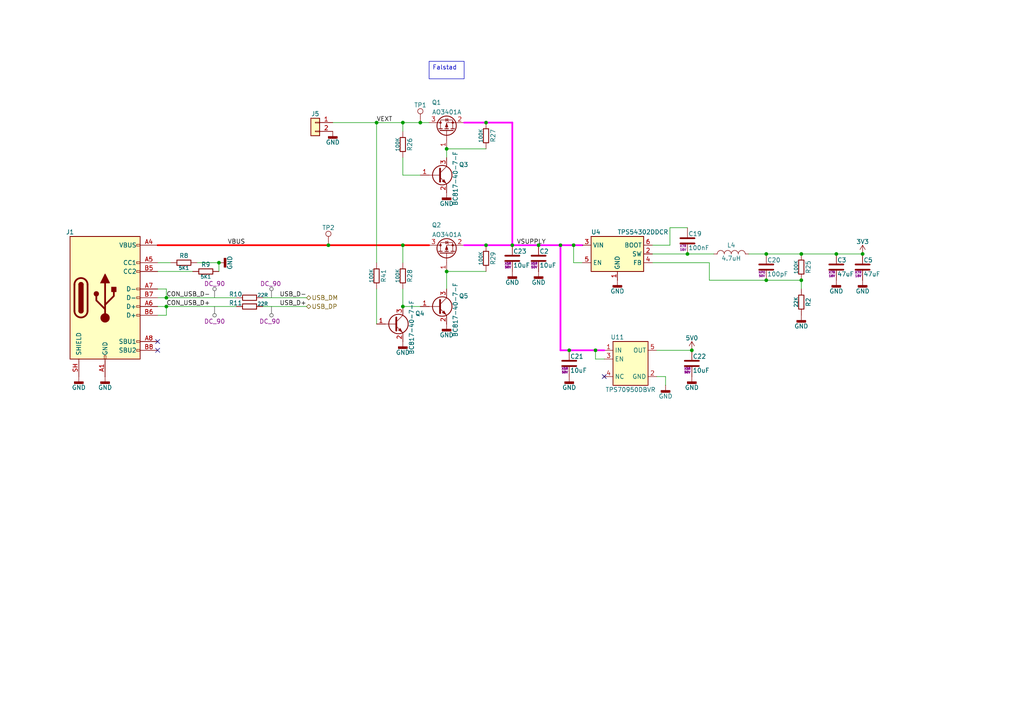
<source format=kicad_sch>
(kicad_sch (version 20250114) (generator "eeschema") (generator_version "9.0")
  (paper "A4")
  (lib_symbols
    (symbol "Capacitor:CC0402JRNPO9BN101" (pin_numbers (hide yes)) (pin_names (offset 0) (hide yes))
      (property "Reference" "C" (at 0.254 2.032 0))
      (property "Value" "100pF" (at 0.254 -2.032 0))
      (property "Dielectric" "NP0" (at -1.27 -1.524 0))
      (property "Voltage" "50V" (at -1.27 -2.54 0))
      (symbol "CC0402JRNPO9BN101_0_1"
        (polyline (pts (xy -2.032 0.762) (xy 2.032 0.762)) (stroke (width 0.508)))
        (polyline (pts (xy -2.032 -0.762) (xy 2.032 -0.762)) (stroke (width 0.508)))
      )
      (symbol "CC0402JRNPO9BN101_1_1"
        (pin passive line (at 0 3.81 270) (length 2.794) (name "~") (number "1"))
        (pin passive line (at 0 -3.81 90) (length 2.794) (name "~") (number "2"))
      )
    )
    (symbol "Capacitor:CL05B104KO5NNNC" (pin_numbers (hide yes)) (pin_names (offset 0) (hide yes))
      (property "Reference" "C" (at 0.254 2.032 0))
      (property "Value" "100nF" (at 0.254 -2.032 0))
      (property "Dielectric" "X7R" (at -1.27 -1.524 0))
      (property "Voltage" "16V" (at -1.27 -2.54 0))
      (symbol "CL05B104KO5NNNC_0_1"
        (polyline (pts (xy -2.032 0.762) (xy 2.032 0.762)) (stroke (width 0.508)))
        (polyline (pts (xy -2.032 -0.762) (xy 2.032 -0.762)) (stroke (width 0.508)))
      )
      (symbol "CL05B104KO5NNNC_1_1"
        (pin passive line (at 0 3.81 270) (length 2.794) (name "~") (number "1"))
        (pin passive line (at 0 -3.81 90) (length 2.794) (name "~") (number "2"))
      )
    )
    (symbol "Capacitor:CS3225X7R476K160NRL" (pin_numbers (hide yes)) (pin_names (offset 0) (hide yes))
      (property "Reference" "C" (at 0.254 2.032 0))
      (property "Value" "47uF" (at 0.254 -2.032 0))
      (property "Dielectric" "X7R" (at -1.27 -1.524 0))
      (property "Voltage" "16V" (at -1.27 -2.54 0))
      (symbol "CS3225X7R476K160NRL_0_1"
        (polyline (pts (xy -2.032 0.762) (xy 2.032 0.762)) (stroke (width 0.508)))
        (polyline (pts (xy -2.032 -0.762) (xy 2.032 -0.762)) (stroke (width 0.508)))
      )
      (symbol "CS3225X7R476K160NRL_1_1"
        (pin passive line (at 0 3.81 270) (length 2.794) (name "~") (number "1"))
        (pin passive line (at 0 -3.81 90) (length 2.794) (name "~") (number "2"))
      )
    )
    (symbol "Capacitor:GRM21BR61H106KE43L" (pin_numbers (hide yes)) (pin_names (offset 0) (hide yes))
      (property "Reference" "C" (at 0.254 2.032 0))
      (property "Value" "10uF" (at 0.254 -2.032 0))
      (property "Dielectric" "X5R" (at -1.27 -1.524 0))
      (property "Voltage" "50V" (at -1.27 -2.54 0))
      (symbol "GRM21BR61H106KE43L_0_1"
        (polyline (pts (xy -2.032 0.762) (xy 2.032 0.762)) (stroke (width 0.508)))
        (polyline (pts (xy -2.032 -0.762) (xy 2.032 -0.762)) (stroke (width 0.508)))
      )
      (symbol "GRM21BR61H106KE43L_1_1"
        (pin passive line (at 0 3.81 270) (length 2.794) (name "~") (number "1"))
        (pin passive line (at 0 -3.81 90) (length 2.794) (name "~") (number "2"))
      )
    )
    (symbol "Connectors:U262-161N-4BVC11" (pin_names (offset 1.016))
      (property "Reference" "J" (at -10.16 19.05 0))
      (symbol "U262-161N-4BVC11_0_0"
        (rectangle (start -0.254 -17.78) (end 0.254 -16.764))
        (rectangle (start 10.16 15.494) (end 9.144 14.986))
        (rectangle (start 10.16 10.414) (end 9.144 9.906))
        (rectangle (start 10.16 7.874) (end 9.144 7.366))
        (rectangle (start 10.16 2.794) (end 9.144 2.286))
        (rectangle (start 10.16 0.254) (end 9.144 -0.254))
        (rectangle (start 10.16 -2.286) (end 9.144 -2.794))
        (rectangle (start 10.16 -4.826) (end 9.144 -5.334))
        (rectangle (start 10.16 -12.446) (end 9.144 -12.954))
        (rectangle (start 10.16 -14.986) (end 9.144 -15.494))
      )
      (symbol "U262-161N-4BVC11_0_1"
        (rectangle (start -10.16 17.78) (end 10.16 -17.78) (stroke (width 0.254)) (fill (type background)))
        (polyline (pts (xy -8.89 -3.81) (xy -8.89 3.81)) (stroke (width 0.508)))
        (rectangle (start -7.62 -3.81) (end -6.35 3.81) (stroke (width 0.254)) (fill (type outline)))
        (arc (start -7.62 3.81) (mid -6.985 4.4423) (end -6.35 3.81) (stroke (width 0.254)))
        (arc (start -7.62 3.81) (mid -6.985 4.4423) (end -6.35 3.81) (stroke (width 0.254)) (fill (type outline)))
        (arc (start -8.89 3.81) (mid -6.985 5.7067) (end -5.08 3.81) (stroke (width 0.508)))
        (arc (start -5.08 -3.81) (mid -6.985 -5.7067) (end -8.89 -3.81) (stroke (width 0.508)))
        (arc (start -6.35 -3.81) (mid -6.985 -4.4423) (end -7.62 -3.81) (stroke (width 0.254)))
        (arc (start -6.35 -3.81) (mid -6.985 -4.4423) (end -7.62 -3.81) (stroke (width 0.254)) (fill (type outline)))
        (polyline (pts (xy -5.08 3.81) (xy -5.08 -3.81)) (stroke (width 0.508)))
        (circle (center -2.54 1.143) (radius 0.635) (stroke (width 0.254)) (fill (type outline)))
        (polyline (pts (xy -1.27 4.318) (xy 0 6.858) (xy 1.27 4.318) (xy -1.27 4.318)) (stroke (width 0.254)) (fill (type outline)))
        (polyline (pts (xy 0 -2.032) (xy 2.54 0.508) (xy 2.54 1.778)) (stroke (width 0.508)))
        (polyline (pts (xy 0 -3.302) (xy -2.54 -0.762) (xy -2.54 0.508)) (stroke (width 0.508)))
        (polyline (pts (xy 0 -5.842) (xy 0 4.318)) (stroke (width 0.508)))
        (circle (center 0 -5.842) (radius 1.27) (fill (type outline)))
        (rectangle (start 1.905 1.778) (end 3.175 3.048) (stroke (width 0.254)) (fill (type outline)))
      )
      (symbol "U262-161N-4BVC11_1_1"
        (pin passive line (at -7.62 -22.86 90) (length 5.08) (name "SHIELD") (number "SH"))
        (pin passive line (at 0 -22.86 90) (length 5.08) (name "GND") (number "A1"))
        (pin passive line (at 0 -22.86 90) (length 5.08) (hide yes) (name "GND") (number "A12"))
        (pin passive line (at 0 -22.86 90) (length 5.08) (hide yes) (name "GND") (number "B1"))
        (pin passive line (at 0 -22.86 90) (length 5.08) (hide yes) (name "GND") (number "B12"))
        (pin passive line (at 15.24 15.24 180) (length 5.08) (name "VBUS") (number "A4"))
        (pin passive line (at 15.24 15.24 180) (length 5.08) (hide yes) (name "VBUS") (number "A9"))
        (pin passive line (at 15.24 15.24 180) (length 5.08) (hide yes) (name "VBUS") (number "B4"))
        (pin passive line (at 15.24 15.24 180) (length 5.08) (hide yes) (name "VBUS") (number "B9"))
        (pin bidirectional line (at 15.24 10.16 180) (length 5.08) (name "CC1") (number "A5"))
        (pin bidirectional line (at 15.24 7.62 180) (length 5.08) (name "CC2") (number "B5"))
        (pin bidirectional line (at 15.24 2.54 180) (length 5.08) (name "D-") (number "A7"))
        (pin bidirectional line (at 15.24 0 180) (length 5.08) (name "D-") (number "B7"))
        (pin bidirectional line (at 15.24 -2.54 180) (length 5.08) (name "D+") (number "A6"))
        (pin bidirectional line (at 15.24 -5.08 180) (length 5.08) (name "D+") (number "B6"))
        (pin bidirectional line (at 15.24 -12.7 180) (length 5.08) (name "SBU1") (number "A8"))
        (pin bidirectional line (at 15.24 -15.24 180) (length 5.08) (name "SBU2") (number "B8"))
      )
    )
    (symbol "Connectors:WJ15EDGRC-3.81-2P" (pin_names (offset 1.016) (hide yes))
      (property "Reference" "J" (at 0 2.54 0))
      (symbol "WJ15EDGRC-3.81-2P_1_1"
        (rectangle (start -1.27 1.27) (end 1.27 -3.81) (stroke (width 0.254)) (fill (type background)))
        (rectangle (start -1.27 0.127) (end 0 -0.127) (stroke (width 0.1524)))
        (rectangle (start -1.27 -2.413) (end 0 -2.667) (stroke (width 0.1524)))
        (pin passive line (at -5.08 0 0) (length 3.81) (name "Pin_1") (number "1"))
        (pin passive line (at -5.08 -2.54 0) (length 3.81) (name "Pin_2") (number "2"))
      )
    )
    (symbol "ICs:TPS54302DDCR"
      (property "Reference" "U" (at -7.62 6.35 0))
      (property "Value" "TPS54302DDCR" (at 0 6.35 0))
      (symbol "TPS54302DDCR_0_1"
        (rectangle (start -7.62 5.08) (end 7.62 -5.08) (stroke (width 0.254)) (fill (type background)))
      )
      (symbol "TPS54302DDCR_1_1"
        (pin power_in line (at -10.16 2.54 0) (length 2.54) (name "VIN") (number "3"))
        (pin input line (at -10.16 -2.54 0) (length 2.54) (name "EN") (number "5"))
        (pin power_in line (at 0 -7.62 90) (length 2.54) (name "GND") (number "1"))
        (pin passive line (at 10.16 2.54 180) (length 2.54) (name "BOOT") (number "6"))
        (pin power_out line (at 10.16 0 180) (length 2.54) (name "SW") (number "2"))
        (pin input line (at 10.16 -2.54 180) (length 2.54) (name "FB") (number "4"))
      )
    )
    (symbol "ICs:TPS70950DBVR"
      (property "Reference" "U" (at -3.81 6.35 0))
      (property "Value" "TPS70950DBVR" (at 0 -8.89 0))
      (symbol "TPS70950DBVR_0_1"
        (rectangle (start -5.08 5.08) (end 5.08 -7.62) (stroke (width 0.254)) (fill (type background)))
        (pin input line (at -7.62 0 0) (length 2.54) (name "EN") (number "3"))
        (pin power_in line (at 7.62 -5.08 180) (length 2.54) (name "GND") (number "2"))
      )
      (symbol "TPS70950DBVR_1_1"
        (pin power_in line (at -7.62 2.54 0) (length 2.54) (name "IN") (number "1"))
        (pin no_connect line (at -7.62 -5.08 0) (length 2.54) (name "NC") (number "4"))
        (pin power_out line (at 7.62 2.54 180) (length 2.54) (name "OUT") (number "5"))
      )
    )
    (symbol "Inductors:FTC404030S4R7MGCA" (pin_numbers (hide yes)) (pin_names (hide yes))
      (property "Reference" "L" (at 0 2.54 0))
      (property "Value" "4.7uH" (at 0 -1.27 0))
      (symbol "FTC404030S4R7MGCA_0_1"
        (arc (start -4.06 -0.01) (mid -3.055 1.013) (end -2.03 0.01))
        (arc (start -2.03 -0.01) (mid -1.025 1.013) (end 0 0.01))
        (arc (start 0 -0.01) (mid 1.005 1.013) (end 2.03 0.01))
        (arc (start 2.03 -0.01) (mid 3.035 1.013) (end 4.06 0.01))
      )
      (symbol "FTC404030S4R7MGCA_1_1"
        (pin passive line (at -5.08 0 0) (length 1.016) (name "1") (number "1"))
        (pin passive line (at 5.08 0 180) (length 1.016) (name "2") (number "2"))
      )
    )
    (symbol "Resistor:0402WGF1003TCE" (pin_numbers (hide yes)) (pin_names (offset 0))
      (property "Reference" "R" (at 2.032 0 90))
      (property "Value" "100K" (at -1.524 0 90))
      (symbol "0402WGF1003TCE_0_1"
        (rectangle (start -0.762 2.032) (end 0.762 -2.032) (stroke (width 0.254)))
      )
      (symbol "0402WGF1003TCE_1_1"
        (pin passive line (at 0 3.81 270) (length 1.778) (name "~") (number "1"))
        (pin passive line (at 0 -3.81 90) (length 1.778) (name "~") (number "2"))
      )
    )
    (symbol "Resistor:0402WGF2202TCE" (pin_numbers (hide yes)) (pin_names (offset 0))
      (property "Reference" "R" (at 2.032 0 90))
      (property "Value" "22K" (at -1.524 0 90))
      (symbol "0402WGF2202TCE_0_1"
        (rectangle (start -0.762 2.032) (end 0.762 -2.032) (stroke (width 0.254)))
      )
      (symbol "0402WGF2202TCE_1_1"
        (pin passive line (at 0 3.81 270) (length 1.778) (name "~") (number "1"))
        (pin passive line (at 0 -3.81 90) (length 1.778) (name "~") (number "2"))
      )
    )
    (symbol "Resistor:0402WGF220JTCE" (pin_numbers (hide yes)) (pin_names (offset 0))
      (property "Reference" "R" (at 2.032 0 90))
      (property "Value" "22R" (at -1.524 0 90))
      (symbol "0402WGF220JTCE_0_1"
        (rectangle (start -0.762 2.032) (end 0.762 -2.032) (stroke (width 0.254)))
      )
      (symbol "0402WGF220JTCE_1_1"
        (pin passive line (at 0 3.81 270) (length 1.778) (name "~") (number "1"))
        (pin passive line (at 0 -3.81 90) (length 1.778) (name "~") (number "2"))
      )
    )
    (symbol "Resistor:0402WGF5101TCE" (pin_numbers (hide yes)) (pin_names (offset 0))
      (property "Reference" "R" (at 2.032 0 90))
      (property "Value" "5K1" (at -1.524 0 90))
      (symbol "0402WGF5101TCE_0_1"
        (rectangle (start -0.762 2.032) (end 0.762 -2.032) (stroke (width 0.254)))
      )
      (symbol "0402WGF5101TCE_1_1"
        (pin passive line (at 0 3.81 270) (length 1.778) (name "~") (number "1"))
        (pin passive line (at 0 -3.81 90) (length 1.778) (name "~") (number "2"))
      )
    )
    (symbol "TestPoints:TestPoint_Pad_D1.5mm" (pin_numbers (hide yes)) (pin_names (offset 0.762) (hide yes))
      (property "Reference" "TP" (at 0 5.08 0))
      (symbol "TestPoint_Pad_D1.5mm_0_1"
        (circle (center 0 3.302) (radius 0.762))
      )
      (symbol "TestPoint_Pad_D1.5mm_1_1"
        (pin passive line (at 0 0 90) (length 2.54) (name "1") (number "1"))
      )
    )
    (symbol "Transistors:AO3401A" (pin_names (offset 0) (hide yes))
      (property "Reference" "Q" (at 5.08 1.27 0))
      (property "Value" "AO3401A" (at 5.08 -1.27 0))
      (symbol "AO3401A_0_1"
        (polyline (pts (xy 0.254 1.905) (xy 0.254 -1.905)) (stroke (width 0.254)))
        (polyline (pts (xy 0.254 0) (xy -2.54 0)))
        (polyline (pts (xy 0.762 2.286) (xy 0.762 1.27)) (stroke (width 0.254)))
        (polyline (pts (xy 0.762 1.778) (xy 3.302 1.778) (xy 3.302 -1.778) (xy 0.762 -1.778)))
        (polyline (pts (xy 0.762 0.508) (xy 0.762 -0.508)) (stroke (width 0.254)))
        (polyline (pts (xy 0.762 -1.27) (xy 0.762 -2.286)) (stroke (width 0.254)))
        (circle (center 1.651 0) (radius 2.794) (stroke (width 0.254)))
        (polyline (pts (xy 2.286 0) (xy 1.27 0.381) (xy 1.27 -0.381) (xy 2.286 0)) (fill (type outline)))
        (polyline (pts (xy 2.54 2.54) (xy 2.54 1.778)))
        (circle (center 2.54 1.778) (radius 0.254) (fill (type outline)))
        (circle (center 2.54 -1.778) (radius 0.254) (fill (type outline)))
        (polyline (pts (xy 2.54 -2.54) (xy 2.54 0) (xy 0.762 0)))
        (polyline (pts (xy 2.794 -0.508) (xy 2.921 -0.381) (xy 3.683 -0.381) (xy 3.81 -0.254)))
        (polyline (pts (xy 3.302 -0.381) (xy 2.921 0.254) (xy 3.683 0.254) (xy 3.302 -0.381)))
      )
      (symbol "AO3401A_1_1"
        (pin input line (at -5.08 0 0) (length 2.54) (name "G") (number "1"))
        (pin passive line (at 2.54 5.08 270) (length 2.54) (name "D") (number "3"))
        (pin passive line (at 2.54 -5.08 90) (length 2.54) (name "S") (number "2"))
      )
    )
    (symbol "Transistors:BC817-40-7-F" (pin_names (offset 0) (hide yes))
      (property "Reference" "Q" (at 5.08 1.27 0))
      (property "Value" "BC817-40-7-F" (at 5.08 -1.27 0))
      (symbol "BC817-40-7-F_0_1"
        (polyline (pts (xy -2.54 0) (xy 0.635 0)))
        (polyline (pts (xy 0.635 1.905) (xy 0.635 -1.905)) (stroke (width 0.508)))
        (circle (center 1.27 0) (radius 2.8194) (stroke (width 0.254)))
      )
      (symbol "BC817-40-7-F_1_1"
        (polyline (pts (xy 0.635 0.635) (xy 2.54 2.54)))
        (polyline (pts (xy 0.635 -0.635) (xy 2.54 -2.54)))
        (polyline (pts (xy 1.27 -1.778) (xy 1.778 -1.27) (xy 2.286 -2.286) (xy 1.27 -1.778)) (fill (type outline)))
        (pin input line (at -5.08 0 0) (length 2.54) (name "B") (number "1"))
        (pin passive line (at 2.54 5.08 270) (length 2.54) (name "C") (number "3"))
        (pin passive line (at 2.54 -5.08 90) (length 2.54) (name "E") (number "2"))
      )
    )
    (symbol "power:+3V3" (power) (pin_numbers (hide yes)) (pin_names (offset 0) (hide yes))
      (property "Value" "+3V3" (at 0 3.556 0))
      (symbol "+3V3_0_1"
        (polyline (pts (xy -0.762 1.27) (xy 0 2.54)))
        (polyline (pts (xy 0 2.54) (xy 0.762 1.27)))
        (polyline (pts (xy 0 0) (xy 0 2.54)))
      )
      (symbol "+3V3_1_1"
        (pin power_in line (at 0 0 90) (length 0) (name "~") (number "1"))
      )
    )
    (symbol "power:+5V" (power) (pin_numbers (hide yes)) (pin_names (offset 0) (hide yes))
      (property "Value" "+5V" (at 0 3.556 0))
      (symbol "+5V_0_1"
        (polyline (pts (xy -0.762 1.27) (xy 0 2.54)))
        (polyline (pts (xy 0 2.54) (xy 0.762 1.27)))
        (polyline (pts (xy 0 0) (xy 0 2.54)))
      )
      (symbol "+5V_1_1"
        (pin power_in line (at 0 0 90) (length 0) (name "~") (number "1"))
      )
    )
    (symbol "power:GNDD" (power) (pin_numbers (hide yes)) (pin_names (offset 0) (hide yes))
      (property "Value" "GNDD" (at 0 -3.175 0))
      (symbol "GNDD_0_1"
        (rectangle (start -1.27 -1.524) (end 1.27 -2.032) (stroke (width 0.254)) (fill (type outline)))
        (polyline (pts (xy 0 0) (xy 0 -1.524)))
      )
      (symbol "GNDD_1_1"
        (pin power_in line (at 0 0 270) (length 0) (name "~") (number "1"))
      )
    )
  )
  (text_box "Falstad" (at 124.46 17.78 0) (size 10.16 5.08) (margins 0.9525 0.9525 0.9525 0.9525) (effects (font (size 1.27 1.27)) (justify left top)))
  (junction (at 63.5 76.2))
  (junction (at 162.56 71.12))
  (junction (at 250.19 73.66))
  (junction (at 166.37 71.12))
  (junction (at 222.25 73.66))
  (junction (at 116.84 35.56))
  (junction (at 148.59 71.12))
  (junction (at 172.72 101.6))
  (junction (at 140.97 71.12))
  (junction (at 95.25 71.12))
  (junction (at 129.54 78.74))
  (junction (at 232.41 81.28))
  (junction (at 140.97 35.56))
  (junction (at 116.84 71.12))
  (junction (at 199.39 73.66))
  (junction (at 116.84 88.9))
  (junction (at 156.21 71.12))
  (junction (at 242.57 73.66))
  (junction (at 121.92 35.56))
  (junction (at 222.25 81.28))
  (junction (at 129.54 43.18))
  (junction (at 48.26 86.36))
  (junction (at 48.26 88.9))
  (junction (at 165.1 101.6))
  (junction (at 232.41 73.66))
  (junction (at 200.66 101.6))
  (junction (at 109.22 35.56))
  (no_connect (at 175.26 109.22))
  (no_connect (at 45.72 99.06))
  (no_connect (at 45.72 101.6))
  (wire (pts (xy 95.25 71.12) (xy 116.84 71.12)) (stroke (width 0.508) (color 255 0 0 1)))
  (wire (pts (xy 222.25 73.66) (xy 232.41 73.66)))
  (wire (pts (xy 48.26 86.36) (xy 68.58 86.36)))
  (wire (pts (xy 140.97 71.12) (xy 148.59 71.12)) (stroke (width 0.508) (color 255 0 255 1)))
  (wire (pts (xy 109.22 83.82) (xy 109.22 93.98)))
  (wire (pts (xy 116.84 83.82) (xy 116.84 88.9)))
  (wire (pts (xy 189.23 76.2) (xy 205.74 76.2)))
  (wire (pts (xy 190.5 101.6) (xy 200.66 101.6)))
  (wire (pts (xy 162.56 101.6) (xy 165.1 101.6)) (stroke (width 0.508) (color 255 0 255 1)))
  (wire (pts (xy 189.23 73.66) (xy 199.39 73.66)))
  (wire (pts (xy 166.37 71.12) (xy 166.37 76.2)))
  (wire (pts (xy 217.17 73.66) (xy 222.25 73.66)))
  (wire (pts (xy 194.31 66.04) (xy 199.39 66.04)))
  (wire (pts (xy 116.84 35.56) (xy 121.92 35.56)))
  (wire (pts (xy 205.74 76.2) (xy 205.74 81.28)))
  (wire (pts (xy 232.41 81.28) (xy 232.41 83.82)))
  (wire (pts (xy 121.92 35.56) (xy 124.46 35.56)))
  (wire (pts (xy 165.1 101.6) (xy 172.72 101.6)) (stroke (width 0.508) (color 255 0 255 1)))
  (wire (pts (xy 199.39 73.66) (xy 207.01 73.66)))
  (wire (pts (xy 57.15 76.2) (xy 63.5 76.2)))
  (wire (pts (xy 76.2 88.9) (xy 88.9 88.9)))
  (wire (pts (xy 76.2 86.36) (xy 88.9 86.36)))
  (wire (pts (xy 45.72 78.74) (xy 55.88 78.74)))
  (wire (pts (xy 242.57 73.66) (xy 250.19 73.66)))
  (wire (pts (xy 166.37 71.12) (xy 168.91 71.12)) (stroke (width 0.508) (color 255 0 255 1)))
  (wire (pts (xy 45.72 83.82) (xy 48.26 83.82)))
  (wire (pts (xy 45.72 76.2) (xy 49.53 76.2)))
  (wire (pts (xy 175.26 104.14) (xy 172.72 104.14)))
  (wire (pts (xy 162.56 71.12) (xy 162.56 101.6)) (stroke (width 0.508) (color 255 0 255 1)))
  (wire (pts (xy 140.97 35.56) (xy 148.59 35.56)) (stroke (width 0.508) (color 255 0 255 1)))
  (wire (pts (xy 148.59 35.56) (xy 148.59 71.12)) (stroke (width 0.508) (color 255 0 255 1)))
  (wire (pts (xy 116.84 88.9) (xy 121.92 88.9)))
  (wire (pts (xy 134.62 71.12) (xy 140.97 71.12)) (stroke (width 0.508) (color 255 0 255 1)))
  (wire (pts (xy 129.54 43.18) (xy 129.54 45.72)))
  (wire (pts (xy 232.41 73.66) (xy 242.57 73.66)))
  (wire (pts (xy 129.54 78.74) (xy 140.97 78.74)))
  (wire (pts (xy 162.56 71.12) (xy 166.37 71.12)) (stroke (width 0.508) (color 255 0 255 1)))
  (wire (pts (xy 129.54 43.18) (xy 140.97 43.18)))
  (wire (pts (xy 116.84 71.12) (xy 124.46 71.12)) (stroke (width 0.508) (color 255 0 0 1)))
  (wire (pts (xy 116.84 50.8) (xy 121.92 50.8)))
  (wire (pts (xy 193.04 109.22) (xy 190.5 109.22)))
  (wire (pts (xy 96.52 35.56) (xy 109.22 35.56)))
  (wire (pts (xy 194.31 71.12) (xy 194.31 66.04)))
  (wire (pts (xy 168.91 76.2) (xy 166.37 76.2)))
  (wire (pts (xy 63.5 76.2) (xy 63.5 78.74)))
  (wire (pts (xy 148.59 71.12) (xy 156.21 71.12)) (stroke (width 0.508) (color 255 0 255 1)))
  (wire (pts (xy 205.74 81.28) (xy 222.25 81.28)))
  (wire (pts (xy 193.04 111.76) (xy 193.04 109.22)))
  (wire (pts (xy 134.62 35.56) (xy 140.97 35.56)) (stroke (width 0.508) (color 255 0 255 1)))
  (wire (pts (xy 45.72 71.12) (xy 95.25 71.12)) (stroke (width 0.508) (color 255 0 0 1)))
  (wire (pts (xy 116.84 71.12) (xy 116.84 76.2)))
  (wire (pts (xy 48.26 83.82) (xy 48.26 86.36)))
  (wire (pts (xy 129.54 78.74) (xy 129.54 83.82)))
  (wire (pts (xy 222.25 81.28) (xy 232.41 81.28)))
  (wire (pts (xy 172.72 104.14) (xy 172.72 101.6)))
  (wire (pts (xy 48.26 91.44) (xy 48.26 88.9)))
  (wire (pts (xy 109.22 35.56) (xy 116.84 35.56)))
  (wire (pts (xy 156.21 71.12) (xy 162.56 71.12)) (stroke (width 0.508) (color 255 0 255 1)))
  (wire (pts (xy 189.23 71.12) (xy 194.31 71.12)))
  (wire (pts (xy 45.72 91.44) (xy 48.26 91.44)))
  (wire (pts (xy 48.26 88.9) (xy 45.72 88.9)))
  (wire (pts (xy 48.26 88.9) (xy 68.58 88.9)))
  (wire (pts (xy 116.84 45.72) (xy 116.84 50.8)))
  (wire (pts (xy 116.84 35.56) (xy 116.84 38.1)))
  (wire (pts (xy 48.26 86.36) (xy 45.72 86.36)))
  (wire (pts (xy 109.22 35.56) (xy 109.22 76.2)))
  (wire (pts (xy 172.72 101.6) (xy 175.26 101.6)) (stroke (width 0.508) (color 255 0 255 1)))
  (label "VSUPPLY" (at 149.86 71.12 0))
  (label "USB_D+" (at 88.9 88.9 180))
  (label "VEXT" (at 109.22 35.56 0))
  (label "USB_D-" (at 88.9 86.36 180))
  (label "CON_USB_D+" (at 48.26 88.9 0))
  (label "CON_USB_D-" (at 48.26 86.36 0))
  (label "VBUS" (at 71.12 71.12 180))
  (hierarchical_label "USB_DP" (shape tri_state) (at 88.9 88.9 0))
  (hierarchical_label "USB_DM" (shape tri_state) (at 88.9 86.36 0))
  (netclass_flag "" (length 2.54) (shape round) (at 78.74 86.36 0) (property "Netclass" "DC_90" (at 75.438 82.296 0) (effects (justify left))))
  (netclass_flag "" (length 2.54) (shape round) (at 62.23 86.36 0) (property "Netclass" "DC_90" (at 59.182 82.296 0) (effects (justify left))))
  (netclass_flag "" (length 2.54) (shape round) (at 78.74 88.9 180) (property "Netclass" "DC_90" (at 75.184 93.218 0) (effects (justify left))))
  (netclass_flag "" (length 2.54) (shape round) (at 62.23 88.9 180) (property "Netclass" "DC_90" (at 59.182 93.218 0) (effects (justify left))))
  (symbol (lib_id "power:GNDD") (at 63.5 76.2 90) (unit 1)
    (property "Reference" "#PWR053" (effects (hide yes)))
    (property "Value" "GND" (at 66.675 76.2 0))
    (property "Description" "Power symbol creates a global label with name \"GNDD\" , digital ground" (effects (hide yes)))
  )
  (symbol (lib_id "power:GNDD") (at 250.19 81.28 0) (unit 1)
    (property "Reference" "#PWR050" (effects (hide yes)))
    (property "Value" "GND" (at 250.19 84.455 0))
    (property "Description" "Power symbol creates a global label with name \"GNDD\" , digital ground" (effects (hide yes)))
  )
  (symbol (lib_id "Transistors:BC817-40-7-F") (at 114.3 93.98 0) (unit 1)
    (property "Reference" "Q4" (at 120.396 90.932 0) (effects (justify left)))
    (property "Value" "BC817-40-7-F" (at 119.38 102.87 90) (effects (justify left)))
    (property "Footprint" "7Sigma:SOT-23" (effects (hide yes)))
    (property "Datasheet" "https://www.lcsc.com/datasheet/C435867.pdf" (effects (hide yes)))
    (property "Description" "NPN 45V 500mA 350mW SOT-23" (effects (hide yes)))
    (property "Power" "350mW" (effects (hide yes)))
    (property "Continuous Drain Current" "500mA" (effects (hide yes)))
    (property "Collector-Emitter Voltage" "45V" (effects (hide yes)))
    (property "Manufacturer 1" "DIODES" (effects (hide yes)))
    (property "Manufacturer Part Number 1" "BC817-40-7-F" (effects (hide yes)))
    (property "Supplier 1" "LCSC" (effects (hide yes)))
    (property "Supplier Part Number 1" "C435867" (effects (hide yes)))
    (property "LCSC Part" "C435867" (effects (hide yes)))
  )
  (symbol (lib_id "Capacitor:GRM21BR61H106KE43L") (at 200.66 105.41 0) (unit 1)
    (property "Reference" "C22" (at 200.914 103.378 0) (effects (justify left)))
    (property "Value" "10uF" (at 200.914 107.442 0) (effects (justify left)))
    (property "Footprint" "7Sigma:C_0805_2012Metric" (effects (hide yes)))
    (property "Datasheet" "https://www.lcsc.com/datasheet/C440198.pdf" (effects (hide yes)))
    (property "Description" "10uF 50V X5R 10% 0805" (effects (hide yes)))
    (property "Dielectric" "X5R" (at 199.39 106.934 0) (effects (font (size 0.635 0.635))))
    (property "Voltage" "50V" (at 199.39 107.95 0) (effects (font (size 0.635 0.635))))
    (property "Tolerance" "10%" (effects (hide yes)))
    (property "Footprint_Name" "0805" (effects (hide yes)))
    (property "Manufacturer 1" "muRata" (effects (hide yes)))
    (property "Manufacturer Part Number 1" "GRM21BR61H106KE43L" (effects (hide yes)))
    (property "Supplier 1" "LCSC" (effects (hide yes)))
    (property "Supplier Part Number 1" "C440198" (effects (hide yes)))
    (property "LCSC Part" "C440198" (effects (hide yes)))
  )
  (symbol (lib_id "Resistor:0402WGF1003TCE") (at 140.97 39.37 0) (unit 1)
    (property "Reference" "R27" (at 143.002 39.37 90))
    (property "Value" "100K" (at 139.446 39.37 90) (effects (font (size 1.016 1.016))))
    (property "Footprint" "7Sigma:R_0402_1005Metric" (effects (hide yes)))
    (property "Datasheet" "https://atta.szlcsc.com/upload/public/pdf/source/20200306/C422600_1E6D84923E4A46A82E41ADD87F860B5C.pdf" (effects (hide yes)))
    (property "Description" "100K 63mW 1% 0402" (effects (hide yes)))
    (property "Power" "63mW" (effects (hide yes)))
    (property "Tolerance" "1%" (effects (hide yes)))
    (property "Footprint_Name" "0402" (effects (hide yes)))
    (property "Manufacturer 1" "Uni-Royal" (effects (hide yes)))
    (property "Manufacturer Part Number 1" "0402WGF1003TCE" (effects (hide yes)))
    (property "Supplier 1" "LCSC" (effects (hide yes)))
    (property "Supplier Part Number 1" "C25741" (effects (hide yes)))
    (property "LCSC Part" "C25741" (effects (hide yes)))
  )
  (symbol (lib_id "Resistor:0402WGF1003TCE") (at 116.84 80.01 0) (unit 1)
    (property "Reference" "R28" (at 118.872 80.01 90))
    (property "Value" "100K" (at 115.316 80.01 90) (effects (font (size 1.016 1.016))))
    (property "Footprint" "7Sigma:R_0402_1005Metric" (effects (hide yes)))
    (property "Datasheet" "https://atta.szlcsc.com/upload/public/pdf/source/20200306/C422600_1E6D84923E4A46A82E41ADD87F860B5C.pdf" (effects (hide yes)))
    (property "Description" "100K 63mW 1% 0402" (effects (hide yes)))
    (property "Power" "63mW" (effects (hide yes)))
    (property "Tolerance" "1%" (effects (hide yes)))
    (property "Footprint_Name" "0402" (effects (hide yes)))
    (property "Manufacturer 1" "Uni-Royal" (effects (hide yes)))
    (property "Manufacturer Part Number 1" "0402WGF1003TCE" (effects (hide yes)))
    (property "Supplier 1" "LCSC" (effects (hide yes)))
    (property "Supplier Part Number 1" "C25741" (effects (hide yes)))
    (property "LCSC Part" "C25741" (effects (hide yes)))
  )
  (symbol (lib_id "Capacitor:GRM21BR61H106KE43L") (at 165.1 105.41 0) (unit 1)
    (property "Reference" "C21" (at 165.354 103.378 0) (effects (justify left)))
    (property "Value" "10uF" (at 165.354 107.442 0) (effects (justify left)))
    (property "Footprint" "7Sigma:C_0805_2012Metric" (effects (hide yes)))
    (property "Datasheet" "https://www.lcsc.com/datasheet/C440198.pdf" (effects (hide yes)))
    (property "Description" "10uF 50V X5R 10% 0805" (effects (hide yes)))
    (property "Dielectric" "X5R" (at 163.83 106.934 0) (effects (font (size 0.635 0.635))))
    (property "Voltage" "50V" (at 163.83 107.95 0) (effects (font (size 0.635 0.635))))
    (property "Tolerance" "10%" (effects (hide yes)))
    (property "Footprint_Name" "0805" (effects (hide yes)))
    (property "Manufacturer 1" "muRata" (effects (hide yes)))
    (property "Manufacturer Part Number 1" "GRM21BR61H106KE43L" (effects (hide yes)))
    (property "Supplier 1" "LCSC" (effects (hide yes)))
    (property "Supplier Part Number 1" "C440198" (effects (hide yes)))
    (property "LCSC Part" "C440198" (effects (hide yes)))
  )
  (symbol (lib_id "power:GNDD") (at 232.41 91.44 0) (unit 1)
    (property "Reference" "#PWR048" (effects (hide yes)))
    (property "Value" "GND" (at 232.41 94.615 0))
    (property "Description" "Power symbol creates a global label with name \"GNDD\" , digital ground" (effects (hide yes)))
  )
  (symbol (lib_id "Resistor:0402WGF1003TCE") (at 140.97 74.93 0) (unit 1)
    (property "Reference" "R29" (at 143.002 74.93 90))
    (property "Value" "100K" (at 139.446 74.93 90) (effects (font (size 1.016 1.016))))
    (property "Footprint" "7Sigma:R_0402_1005Metric" (effects (hide yes)))
    (property "Datasheet" "https://atta.szlcsc.com/upload/public/pdf/source/20200306/C422600_1E6D84923E4A46A82E41ADD87F860B5C.pdf" (effects (hide yes)))
    (property "Description" "100K 63mW 1% 0402" (effects (hide yes)))
    (property "Power" "63mW" (effects (hide yes)))
    (property "Tolerance" "1%" (effects (hide yes)))
    (property "Footprint_Name" "0402" (effects (hide yes)))
    (property "Manufacturer 1" "Uni-Royal" (effects (hide yes)))
    (property "Manufacturer Part Number 1" "0402WGF1003TCE" (effects (hide yes)))
    (property "Supplier 1" "LCSC" (effects (hide yes)))
    (property "Supplier Part Number 1" "C25741" (effects (hide yes)))
    (property "LCSC Part" "C25741" (effects (hide yes)))
  )
  (symbol (lib_id "power:GNDD") (at 242.57 81.28 0) (unit 1)
    (property "Reference" "#PWR049" (effects (hide yes)))
    (property "Value" "GND" (at 242.57 84.455 0))
    (property "Description" "Power symbol creates a global label with name \"GNDD\" , digital ground" (effects (hide yes)))
  )
  (symbol (lib_id "power:GNDD") (at 193.04 111.76 0) (unit 1)
    (property "Reference" "#PWR080" (effects (hide yes)))
    (property "Value" "GND" (at 193.04 114.935 0))
    (property "Description" "Power symbol creates a global label with name \"GNDD\" , digital ground" (effects (hide yes)))
  )
  (symbol (lib_id "Capacitor:CC0402JRNPO9BN101") (at 222.25 77.47 0) (unit 1)
    (property "Reference" "C20" (at 222.504 75.438 0) (effects (justify left)))
    (property "Value" "100pF" (at 222.504 79.502 0) (effects (justify left)))
    (property "Footprint" "7Sigma:C_0402_1005Metric" (effects (hide yes)))
    (property "Datasheet" "https://www.lcsc.com/datasheet/C106200.pdf" (effects (hide yes)))
    (property "Description" "100pF 50V NP0 5% 0402" (effects (hide yes)))
    (property "Dielectric" "NP0" (at 220.98 78.994 0) (effects (font (size 0.635 0.635))))
    (property "Voltage" "50V" (at 220.98 80.01 0) (effects (font (size 0.635 0.635))))
    (property "Tolerance" "5%" (effects (hide yes)))
    (property "Footprint_Name" "0402" (effects (hide yes)))
    (property "Manufacturer 1" "YAGEO" (effects (hide yes)))
    (property "Manufacturer Part Number 1" "CC0402JRNPO9BN101" (effects (hide yes)))
    (property "Supplier 1" "LCSC" (effects (hide yes)))
    (property "Supplier Part Number 1" "C106200" (effects (hide yes)))
    (property "LCSC Part" "C106200" (effects (hide yes)))
  )
  (symbol (lib_id "power:GNDD") (at 96.52 38.1 0) (unit 1)
    (property "Reference" "#PWR099" (effects (hide yes)))
    (property "Value" "GND" (at 96.52 41.275 0))
    (property "Description" "Power symbol creates a global label with name \"GNDD\" , digital ground" (effects (hide yes)))
  )
  (symbol (lib_id "ICs:TPS54302DDCR") (at 179.07 73.66 0) (unit 1)
    (property "Reference" "U4" (at 171.45 67.31 0) (effects (justify left)))
    (property "Value" "TPS54302DDCR" (at 179.07 67.31 0) (effects (justify left)))
    (property "Footprint" "7Sigma:SOT-23-6" (effects (hide yes)))
    (property "Datasheet" "https://www.ti.com/lit/ds/symlink/tps54302.pdf" (effects (hide yes)))
    (property "Description" "4.5-V to 28-V Input, 3-A Output, EMI-Friendly Synchronous Step-Down Converter" (effects (hide yes)))
    (property "Manufacturer 1" "Texas Instruments" (effects (hide yes)))
    (property "Manufacturer Part Number 1" "TPS54302DDCR" (effects (hide yes)))
    (property "Supplier 1" "LCSC" (effects (hide yes)))
    (property "Supplier Part Number 1" "C311983" (effects (hide yes)))
    (property "LCSC Part" "C311983" (effects (hide yes)))
  )
  (symbol (lib_id "Capacitor:GRM21BR61H106KE43L") (at 156.21 74.93 0) (unit 1)
    (property "Reference" "C2" (at 156.464 72.898 0) (effects (justify left)))
    (property "Value" "10uF" (at 156.464 76.962 0) (effects (justify left)))
    (property "Footprint" "7Sigma:C_0805_2012Metric" (effects (hide yes)))
    (property "Datasheet" "https://www.lcsc.com/datasheet/C440198.pdf" (effects (hide yes)))
    (property "Description" "10uF 50V X5R 10% 0805" (effects (hide yes)))
    (property "Dielectric" "X5R" (at 154.94 76.454 0) (effects (font (size 0.635 0.635))))
    (property "Voltage" "50V" (at 154.94 77.47 0) (effects (font (size 0.635 0.635))))
    (property "Tolerance" "10%" (effects (hide yes)))
    (property "Footprint_Name" "0805" (effects (hide yes)))
    (property "Manufacturer 1" "muRata" (effects (hide yes)))
    (property "Manufacturer Part Number 1" "GRM21BR61H106KE43L" (effects (hide yes)))
    (property "Supplier 1" "LCSC" (effects (hide yes)))
    (property "Supplier Part Number 1" "C440198" (effects (hide yes)))
    (property "LCSC Part" "C440198" (effects (hide yes)))
  )
  (symbol (lib_id "power:+5V") (at 200.66 101.6 0) (unit 1)
    (property "Reference" "#PWR079" (effects (hide yes)))
    (property "Value" "5V0" (at 200.66 98.044 0))
    (property "Description" "Power symbol creates a global label with name \"+5V\"" (effects (hide yes)))
  )
  (symbol (lib_id "Connectors:WJ15EDGRC-3.81-2P") (at 91.44 35.56 0) (mirror y) (unit 1)
    (property "Reference" "J5" (at 91.44 33.02 0))
    (property "Value" "Conn_01x02" (effects (hide yes)))
    (property "Footprint" "7Sigma:PhoenixContact_MC_1,5_2-G-3.81_1x02_P3.81mm_Horizontal" (effects (hide yes)))
    (property "Datasheet" "https://www.lcsc.com/datasheet/C8387.pdf" (effects (hide yes)))
    (property "Description" "Pluggable terminal block; 3.81mm" (effects (hide yes)))
    (property "Manufacturer 1" "KANGNEX" (effects (hide yes)))
    (property "Manufacturer Part Number 1" "WJ15EDGRC-3.81-2P" (effects (hide yes)))
    (property "Supplier 1" "LCSC" (effects (hide yes)))
    (property "Supplier Part Number 1" "C8387" (effects (hide yes)))
    (property "LCSC Part" "C8387" (effects (hide yes)))
  )
  (symbol (lib_id "Transistors:BC817-40-7-F") (at 127 50.8 0) (unit 1)
    (property "Reference" "Q3" (at 133.096 47.752 0) (effects (justify left)))
    (property "Value" "BC817-40-7-F" (at 132.08 59.69 90) (effects (justify left)))
    (property "Footprint" "7Sigma:SOT-23" (effects (hide yes)))
    (property "Datasheet" "https://www.lcsc.com/datasheet/C435867.pdf" (effects (hide yes)))
    (property "Description" "NPN 45V 500mA 350mW SOT-23" (effects (hide yes)))
    (property "Power" "350mW" (effects (hide yes)))
    (property "Continuous Drain Current" "500mA" (effects (hide yes)))
    (property "Collector-Emitter Voltage" "45V" (effects (hide yes)))
    (property "Manufacturer 1" "DIODES" (effects (hide yes)))
    (property "Manufacturer Part Number 1" "BC817-40-7-F" (effects (hide yes)))
    (property "Supplier 1" "LCSC" (effects (hide yes)))
    (property "Supplier Part Number 1" "C435867" (effects (hide yes)))
    (property "LCSC Part" "C435867" (effects (hide yes)))
  )
  (symbol (lib_id "Resistor:0402WGF1003TCE") (at 232.41 77.47 0) (unit 1)
    (property "Reference" "R25" (at 234.442 77.47 90))
    (property "Value" "100K" (at 230.886 77.47 90) (effects (font (size 1.016 1.016))))
    (property "Footprint" "7Sigma:R_0402_1005Metric" (effects (hide yes)))
    (property "Datasheet" "https://atta.szlcsc.com/upload/public/pdf/source/20200306/C422600_1E6D84923E4A46A82E41ADD87F860B5C.pdf" (effects (hide yes)))
    (property "Description" "100K 63mW 1% 0402" (effects (hide yes)))
    (property "Power" "63mW" (effects (hide yes)))
    (property "Tolerance" "1%" (effects (hide yes)))
    (property "Footprint_Name" "0402" (effects (hide yes)))
    (property "Manufacturer 1" "Uni-Royal" (effects (hide yes)))
    (property "Manufacturer Part Number 1" "0402WGF1003TCE" (effects (hide yes)))
    (property "Supplier 1" "LCSC" (effects (hide yes)))
    (property "Supplier Part Number 1" "C25741" (effects (hide yes)))
    (property "LCSC Part" "C25741" (effects (hide yes)))
  )
  (symbol (lib_id "Capacitor:CS3225X7R476K160NRL") (at 250.19 77.47 0) (unit 1)
    (property "Reference" "C5" (at 250.444 75.438 0) (effects (justify left)))
    (property "Value" "47uF" (at 250.444 79.502 0) (effects (justify left)))
    (property "Footprint" "7Sigma:C_1210_3225Metric" (effects (hide yes)))
    (property "Description" "47uF 16V X7R 10% 1210" (effects (hide yes)))
    (property "Dielectric" "X7R" (at 248.92 78.994 0) (effects (font (size 0.635 0.635))))
    (property "Voltage" "16V" (at 248.92 80.01 0) (effects (font (size 0.635 0.635))))
    (property "Tolerance" "10%" (effects (hide yes)))
    (property "Footprint_Name" "1210" (effects (hide yes)))
    (property "Manufacturer 1" "Samwha Capacitor" (effects (hide yes)))
    (property "Manufacturer Part Number 1" "CS3225X7R476K160NRL" (effects (hide yes)))
    (property "Supplier 1" "LCSC" (effects (hide yes)))
    (property "Supplier Part Number 1" "C5440143" (effects (hide yes)))
    (property "LCSC Part" "C5440143" (effects (hide yes)))
  )
  (symbol (lib_id "TestPoints:TestPoint_Pad_D1.5mm") (at 95.25 71.12 0) (unit 1)
    (property "Reference" "TP2" (at 95.25 66.04 0))
    (property "Value" "TestPoint" (effects (hide yes)))
    (property "Footprint" "7Sigma:TestPoint_Pad_D1.5mm" (effects (hide yes)))
    (property "Description" "SMD pad as test Point, diameter 1.5mm" (effects (hide yes)))
  )
  (symbol (lib_id "Transistors:AO3401A") (at 129.54 73.66 90) (unit 1)
    (property "Reference" "Q2" (at 125.222 65.278 90) (effects (justify right)))
    (property "Value" "AO3401A" (at 133.858 68.072 90) (effects (justify left)))
    (property "Footprint" "7Sigma:SOT-23" (effects (hide yes)))
    (property "Datasheet" "https://lcsc.com/product-detail/MOSFET_AOS_AO3401A_AO3401A_C15127.html" (effects (hide yes)))
    (property "Description" "P-MOS 30V 4A 1.4W SOT-23" (effects (hide yes)))
    (property "Power" "1.4W" (effects (hide yes)))
    (property "Drain Source On Resistance" "44mΩ@10V" (effects (hide yes)))
    (property "Continuous Drain Current" "4A" (effects (hide yes)))
    (property "Drain Source Voltage" "30V" (effects (hide yes)))
    (property "Manufacturer 1" "Alpha & Omega Semicon" (effects (hide yes)))
    (property "Manufacturer Part Number 1" "AO3401A" (effects (hide yes)))
    (property "Supplier 1" "LCSC" (effects (hide yes)))
    (property "Supplier Part Number 1" "C15127" (effects (hide yes)))
    (property "LCSC Part" "C15127" (effects (hide yes)))
  )
  (symbol (lib_id "power:+3V3") (at 250.19 73.66 0) (unit 1)
    (property "Reference" "#PWR054" (effects (hide yes)))
    (property "Value" "3V3" (at 250.19 70.104 0))
    (property "Description" "Power symbol creates a global label with name \"+3V3\"" (effects (hide yes)))
  )
  (symbol (lib_id "Transistors:AO3401A") (at 129.54 38.1 90) (unit 1)
    (property "Reference" "Q1" (at 125.222 29.718 90) (effects (justify right)))
    (property "Value" "AO3401A" (at 133.858 32.512 90) (effects (justify left)))
    (property "Footprint" "7Sigma:SOT-23" (effects (hide yes)))
    (property "Datasheet" "https://lcsc.com/product-detail/MOSFET_AOS_AO3401A_AO3401A_C15127.html" (effects (hide yes)))
    (property "Description" "P-MOS 30V 4A 1.4W SOT-23" (effects (hide yes)))
    (property "Power" "1.4W" (effects (hide yes)))
    (property "Drain Source On Resistance" "44mΩ@10V" (effects (hide yes)))
    (property "Continuous Drain Current" "4A" (effects (hide yes)))
    (property "Drain Source Voltage" "30V" (effects (hide yes)))
    (property "Manufacturer 1" "Alpha & Omega Semicon" (effects (hide yes)))
    (property "Manufacturer Part Number 1" "AO3401A" (effects (hide yes)))
    (property "Supplier 1" "LCSC" (effects (hide yes)))
    (property "Supplier Part Number 1" "C15127" (effects (hide yes)))
    (property "LCSC Part" "C15127" (effects (hide yes)))
  )
  (symbol (lib_id "Capacitor:GRM21BR61H106KE43L") (at 148.59 74.93 0) (unit 1)
    (property "Reference" "C23" (at 148.844 72.898 0) (effects (justify left)))
    (property "Value" "10uF" (at 148.844 76.962 0) (effects (justify left)))
    (property "Footprint" "7Sigma:C_0805_2012Metric" (effects (hide yes)))
    (property "Datasheet" "https://www.lcsc.com/datasheet/C440198.pdf" (effects (hide yes)))
    (property "Description" "10uF 50V X5R 10% 0805" (effects (hide yes)))
    (property "Dielectric" "X5R" (at 147.32 76.454 0) (effects (font (size 0.635 0.635))))
    (property "Voltage" "50V" (at 147.32 77.47 0) (effects (font (size 0.635 0.635))))
    (property "Tolerance" "10%" (effects (hide yes)))
    (property "Footprint_Name" "0805" (effects (hide yes)))
    (property "Manufacturer 1" "muRata" (effects (hide yes)))
    (property "Manufacturer Part Number 1" "GRM21BR61H106KE43L" (effects (hide yes)))
    (property "Supplier 1" "LCSC" (effects (hide yes)))
    (property "Supplier Part Number 1" "C440198" (effects (hide yes)))
    (property "LCSC Part" "C440198" (effects (hide yes)))
  )
  (symbol (lib_id "power:GNDD") (at 156.21 78.74 0) (unit 1)
    (property "Reference" "#PWR046" (effects (hide yes)))
    (property "Value" "GND" (at 156.21 81.915 0))
    (property "Description" "Power symbol creates a global label with name \"GNDD\" , digital ground" (effects (hide yes)))
  )
  (symbol (lib_id "Capacitor:CL05B104KO5NNNC") (at 199.39 69.85 0) (unit 1)
    (property "Reference" "C19" (at 199.644 67.818 0) (effects (justify left)))
    (property "Value" "100nF" (at 199.644 71.882 0) (effects (justify left)))
    (property "Footprint" "7Sigma:C_0402_1005Metric" (effects (hide yes)))
    (property "Datasheet" "https://wmsc.lcsc.com/wmsc/upload/file/pdf/v2/lcsc/2304140030_Samsung-Electro-Mechanics-CL05B104KO5NNNC_C1525.pdf" (effects (hide yes)))
    (property "Description" "100nF 16V 10% 0402" (effects (hide yes)))
    (property "Dielectric" "X7R" (at 198.12 71.374 0) (effects (font (size 0.635 0.635))))
    (property "Voltage" "16V" (at 198.12 72.39 0) (effects (font (size 0.635 0.635))))
    (property "Tolerance" "10%" (effects (hide yes)))
    (property "Footprint_Name" "0402" (effects (hide yes)))
    (property "Manufacturer 1" "Samsung Electro-Mechanics" (effects (hide yes)))
    (property "Manufacturer Part Number 1" "CL05B104KO5NNNC" (effects (hide yes)))
    (property "Supplier 1" "LCSC" (effects (hide yes)))
    (property "Supplier Part Number 1" "C1525" (effects (hide yes)))
    (property "LCSC Part" "C1525" (effects (hide yes)))
    (property "JLCPCB Part Class" "Basic Part" (effects (hide yes)))
  )
  (symbol (lib_id "power:GNDD") (at 22.86 109.22 0) (unit 1)
    (property "Reference" "#PWR051" (effects (hide yes)))
    (property "Value" "GND" (at 22.86 112.395 0))
    (property "Description" "Power symbol creates a global label with name \"GNDD\" , digital ground" (effects (hide yes)))
  )
  (symbol (lib_id "power:GNDD") (at 116.84 99.06 0) (unit 1)
    (property "Reference" "#PWR055" (effects (hide yes)))
    (property "Value" "GND" (at 116.84 102.235 0))
    (property "Description" "Power symbol creates a global label with name \"GNDD\" , digital ground" (effects (hide yes)))
  )
  (symbol (lib_id "Transistors:BC817-40-7-F") (at 127 88.9 0) (unit 1)
    (property "Reference" "Q5" (at 133.096 85.852 0) (effects (justify left)))
    (property "Value" "BC817-40-7-F" (at 132.08 97.79 90) (effects (justify left)))
    (property "Footprint" "7Sigma:SOT-23" (effects (hide yes)))
    (property "Datasheet" "https://www.lcsc.com/datasheet/C435867.pdf" (effects (hide yes)))
    (property "Description" "NPN 45V 500mA 350mW SOT-23" (effects (hide yes)))
    (property "Power" "350mW" (effects (hide yes)))
    (property "Continuous Drain Current" "500mA" (effects (hide yes)))
    (property "Collector-Emitter Voltage" "45V" (effects (hide yes)))
    (property "Manufacturer 1" "DIODES" (effects (hide yes)))
    (property "Manufacturer Part Number 1" "BC817-40-7-F" (effects (hide yes)))
    (property "Supplier 1" "LCSC" (effects (hide yes)))
    (property "Supplier Part Number 1" "C435867" (effects (hide yes)))
    (property "LCSC Part" "C435867" (effects (hide yes)))
  )
  (symbol (lib_id "power:GNDD") (at 30.48 109.22 0) (unit 1)
    (property "Reference" "#PWR052" (effects (hide yes)))
    (property "Value" "GND" (at 30.48 112.395 0))
    (property "Description" "Power symbol creates a global label with name \"GNDD\" , digital ground" (effects (hide yes)))
  )
  (symbol (lib_id "ICs:TPS70950DBVR") (at 182.88 104.14 0) (unit 1)
    (property "Reference" "U11" (at 179.07 97.79 0))
    (property "Value" "TPS70950DBVR" (at 182.88 113.03 0))
    (property "Footprint" "7Sigma:SOT-23-5" (effects (hide yes)))
    (property "Datasheet" "https://www.lcsc.com/datasheet/C96028.pdf" (effects (hide yes)))
    (property "Description" "LDO 5V 500mA" (effects (hide yes)))
    (property "Manufacturer 1" "Texas Instruments" (effects (hide yes)))
    (property "Manufacturer Part Number 1" "TPS70950DBVR" (effects (hide yes)))
    (property "Supplier 1" "LCSC" (effects (hide yes)))
    (property "Supplier Part Number 1" "C96028" (effects (hide yes)))
    (property "LCSC Part" "C96028" (effects (hide yes)))
  )
  (symbol (lib_id "Resistor:0402WGF2202TCE") (at 232.41 87.63 0) (unit 1)
    (property "Reference" "R2" (at 234.442 87.63 90))
    (property "Value" "22K" (at 230.886 87.63 90) (effects (font (size 1.016 1.016))))
    (property "Footprint" "7Sigma:R_0402_1005Metric" (effects (hide yes)))
    (property "Datasheet" "https://www.lcsc.com/datasheet/C25768.pdf" (effects (hide yes)))
    (property "Description" "22K 63mW 1% 0402" (effects (hide yes)))
    (property "Power" "63mW" (effects (hide yes)))
    (property "Tolerance" "1%" (effects (hide yes)))
    (property "Footprint_Name" "0402" (effects (hide yes)))
    (property "Manufacturer 1" "Uni-Royal" (effects (hide yes)))
    (property "Manufacturer Part Number 1" "0402WGF2202TCE" (effects (hide yes)))
    (property "Supplier 1" "LCSC" (effects (hide yes)))
    (property "Supplier Part Number 1" "C25768" (effects (hide yes)))
    (property "LCSC Part" "C25768" (effects (hide yes)))
  )
  (symbol (lib_id "Inductors:FTC404030S4R7MGCA") (at 212.09 73.66 0) (unit 1)
    (property "Reference" "L4" (at 212.09 71.12 0))
    (property "Value" "4.7uH" (at 212.09 74.93 0))
    (property "Footprint" "7Sigma:L_Changjiang_FTC404030S" (effects (hide yes)))
    (property "Datasheet" "https://www.lcsc.com/datasheet/C39676083.pdf" (effects (hide yes)))
    (property "Description" "4.7uH 6A 20% 4040" (effects (hide yes)))
    (property "Tolerance" "20%" (effects (hide yes)))
    (property "Rated_Current" "6A" (effects (hide yes)))
    (property "Footprint_Name" "4040" (effects (hide yes)))
    (property "Manufacturer 1" "cjiang" (effects (hide yes)))
    (property "Manufacturer Part Number 1" "FTC404030S4R7MGCA" (effects (hide yes)))
    (property "Supplier 1" "LCSC" (effects (hide yes)))
    (property "Supplier Part Number 1" "C39676083" (effects (hide yes)))
    (property "LCSC Part" "C39676083" (effects (hide yes)))
  )
  (symbol (lib_id "power:GNDD") (at 129.54 93.98 0) (unit 1)
    (property "Reference" "#PWR077" (effects (hide yes)))
    (property "Value" "GND" (at 129.54 97.155 0))
    (property "Description" "Power symbol creates a global label with name \"GNDD\" , digital ground" (effects (hide yes)))
  )
  (symbol (lib_id "power:GNDD") (at 148.59 78.74 0) (unit 1)
    (property "Reference" "#PWR082" (effects (hide yes)))
    (property "Value" "GND" (at 148.59 81.915 0))
    (property "Description" "Power symbol creates a global label with name \"GNDD\" , digital ground" (effects (hide yes)))
  )
  (symbol (lib_id "Resistor:0402WGF5101TCE") (at 53.34 76.2 90) (unit 1)
    (property "Reference" "R8" (at 53.34 74.168 90))
    (property "Value" "5K1" (at 53.34 77.724 90) (effects (font (size 1.016 1.016))))
    (property "Footprint" "7Sigma:R_0402_1005Metric" (effects (hide yes)))
    (property "Datasheet" "https://atta.szlcsc.com/upload/public/pdf/source/20200306/C422600_1E6D84923E4A46A82E41ADD87F860B5C.pdf" (effects (hide yes)))
    (property "Description" "5K1 63mW 1% 0402" (effects (hide yes)))
    (property "Power" "63mW" (effects (hide yes)))
    (property "Tolerance" "1%" (effects (hide yes)))
    (property "Footprint_Name" "0402" (effects (hide yes)))
    (property "Manufacturer 1" "Uni-Royal" (effects (hide yes)))
    (property "Manufacturer Part Number 1" "0402WGF5101TCE" (effects (hide yes)))
    (property "Supplier 1" "LCSC" (effects (hide yes)))
    (property "Supplier Part Number 1" "C25905" (effects (hide yes)))
    (property "LCSC Part" "C25905" (effects (hide yes)))
  )
  (symbol (lib_id "power:GNDD") (at 129.54 55.88 0) (unit 1)
    (property "Reference" "#PWR056" (effects (hide yes)))
    (property "Value" "GND" (at 129.54 59.055 0))
    (property "Description" "Power symbol creates a global label with name \"GNDD\" , digital ground" (effects (hide yes)))
  )
  (symbol (lib_id "Resistor:0402WGF220JTCE") (at 72.39 88.9 90) (unit 1)
    (property "Reference" "R11" (at 68.326 87.884 90))
    (property "Value" "22R" (at 76.2 88.138 90) (effects (font (size 1.016 1.016))))
    (property "Footprint" "7Sigma:R_0402_1005Metric" (effects (hide yes)))
    (property "Datasheet" "https://atta.szlcsc.com/upload/public/pdf/source/20200306/C422600_1E6D84923E4A46A82E41ADD87F860B5C.pdf" (effects (hide yes)))
    (property "Description" "22R 63mW 1% 258" (effects (hide yes)))
    (property "Power" "63mW" (effects (hide yes)))
    (property "Tolerance" "1%" (effects (hide yes)))
    (property "Footprint_Name" "258" (effects (hide yes)))
    (property "Manufacturer 1" "Uni-Royal" (effects (hide yes)))
    (property "Manufacturer Part Number 1" "0402WGF220JTCE" (effects (hide yes)))
    (property "Supplier 1" "LCSC" (effects (hide yes)))
    (property "Supplier Part Number 1" "C25092" (effects (hide yes)))
    (property "LCSC Part" "C25092" (effects (hide yes)))
  )
  (symbol (lib_id "power:GNDD") (at 165.1 109.22 0) (unit 1)
    (property "Reference" "#PWR057" (effects (hide yes)))
    (property "Value" "GND" (at 165.1 112.395 0))
    (property "Description" "Power symbol creates a global label with name \"GNDD\" , digital ground" (effects (hide yes)))
  )
  (symbol (lib_id "TestPoints:TestPoint_Pad_D1.5mm") (at 121.92 35.56 0) (unit 1)
    (property "Reference" "TP1" (at 121.92 30.48 0))
    (property "Value" "TestPoint" (effects (hide yes)))
    (property "Footprint" "7Sigma:TestPoint_Pad_D1.5mm" (effects (hide yes)))
    (property "Description" "SMD pad as test Point, diameter 1.5mm" (effects (hide yes)))
  )
  (symbol (lib_id "Resistor:0402WGF1003TCE") (at 116.84 41.91 0) (unit 1)
    (property "Reference" "R26" (at 118.872 41.91 90))
    (property "Value" "100K" (at 115.316 41.91 90) (effects (font (size 1.016 1.016))))
    (property "Footprint" "7Sigma:R_0402_1005Metric" (effects (hide yes)))
    (property "Datasheet" "https://atta.szlcsc.com/upload/public/pdf/source/20200306/C422600_1E6D84923E4A46A82E41ADD87F860B5C.pdf" (effects (hide yes)))
    (property "Description" "100K 63mW 1% 0402" (effects (hide yes)))
    (property "Power" "63mW" (effects (hide yes)))
    (property "Tolerance" "1%" (effects (hide yes)))
    (property "Footprint_Name" "0402" (effects (hide yes)))
    (property "Manufacturer 1" "Uni-Royal" (effects (hide yes)))
    (property "Manufacturer Part Number 1" "0402WGF1003TCE" (effects (hide yes)))
    (property "Supplier 1" "LCSC" (effects (hide yes)))
    (property "Supplier Part Number 1" "C25741" (effects (hide yes)))
    (property "LCSC Part" "C25741" (effects (hide yes)))
  )
  (symbol (lib_id "Resistor:0402WGF5101TCE") (at 59.69 78.74 90) (unit 1)
    (property "Reference" "R9" (at 59.69 76.708 90))
    (property "Value" "5K1" (at 59.69 80.264 90) (effects (font (size 1.016 1.016))))
    (property "Footprint" "7Sigma:R_0402_1005Metric" (effects (hide yes)))
    (property "Datasheet" "https://atta.szlcsc.com/upload/public/pdf/source/20200306/C422600_1E6D84923E4A46A82E41ADD87F860B5C.pdf" (effects (hide yes)))
    (property "Description" "5K1 63mW 1% 0402" (effects (hide yes)))
    (property "Power" "63mW" (effects (hide yes)))
    (property "Tolerance" "1%" (effects (hide yes)))
    (property "Footprint_Name" "0402" (effects (hide yes)))
    (property "Manufacturer 1" "Uni-Royal" (effects (hide yes)))
    (property "Manufacturer Part Number 1" "0402WGF5101TCE" (effects (hide yes)))
    (property "Supplier 1" "LCSC" (effects (hide yes)))
    (property "Supplier Part Number 1" "C25905" (effects (hide yes)))
    (property "LCSC Part" "C25905" (effects (hide yes)))
  )
  (symbol (lib_id "Resistor:0402WGF1003TCE") (at 109.22 80.01 0) (unit 1)
    (property "Reference" "R41" (at 111.252 80.01 90))
    (property "Value" "100K" (at 107.696 80.01 90) (effects (font (size 1.016 1.016))))
    (property "Footprint" "7Sigma:R_0402_1005Metric" (effects (hide yes)))
    (property "Datasheet" "https://atta.szlcsc.com/upload/public/pdf/source/20200306/C422600_1E6D84923E4A46A82E41ADD87F860B5C.pdf" (effects (hide yes)))
    (property "Description" "100K 63mW 1% 0402" (effects (hide yes)))
    (property "Power" "63mW" (effects (hide yes)))
    (property "Tolerance" "1%" (effects (hide yes)))
    (property "Footprint_Name" "0402" (effects (hide yes)))
    (property "Manufacturer 1" "Uni-Royal" (effects (hide yes)))
    (property "Manufacturer Part Number 1" "0402WGF1003TCE" (effects (hide yes)))
    (property "Supplier 1" "LCSC" (effects (hide yes)))
    (property "Supplier Part Number 1" "C25741" (effects (hide yes)))
    (property "LCSC Part" "C25741" (effects (hide yes)))
  )
  (symbol (lib_id "power:GNDD") (at 200.66 109.22 0) (unit 1)
    (property "Reference" "#PWR081" (effects (hide yes)))
    (property "Value" "GND" (at 200.66 112.395 0))
    (property "Description" "Power symbol creates a global label with name \"GNDD\" , digital ground" (effects (hide yes)))
  )
  (symbol (lib_id "Connectors:U262-161N-4BVC11") (at 30.48 86.36 0) (unit 1)
    (property "Reference" "J1" (at 20.32 67.31 0))
    (property "Value" "USB_C_Receptacle_USB2.0_16P" (effects (hide yes)))
    (property "Footprint" "7Sigma:USB-3.1-SMD_U262-161N-4BVC11" (effects (hide yes)))
    (property "Datasheet" "https://www.lcsc.com/datasheet/C319148.pdf" (effects (hide yes)))
    (property "Description" "USB 2.0 Type-C Receptacle 16P" (effects (hide yes)))
    (property "Manufacturer 1" "XKB Connection" (effects (hide yes)))
    (property "Manufacturer Part Number 1" "U262-161N-4BVC11" (effects (hide yes)))
    (property "Supplier 1" "LCSC" (effects (hide yes)))
    (property "Supplier Part Number 1" "C319148" (effects (hide yes)))
    (property "LCSC Part" "C319148" (effects (hide yes)))
  )
  (symbol (lib_id "Capacitor:CS3225X7R476K160NRL") (at 242.57 77.47 0) (unit 1)
    (property "Reference" "C3" (at 242.824 75.438 0) (effects (justify left)))
    (property "Value" "47uF" (at 242.824 79.502 0) (effects (justify left)))
    (property "Footprint" "7Sigma:C_1210_3225Metric" (effects (hide yes)))
    (property "Description" "47uF 16V X7R 10% 1210" (effects (hide yes)))
    (property "Dielectric" "X7R" (at 241.3 78.994 0) (effects (font (size 0.635 0.635))))
    (property "Voltage" "16V" (at 241.3 80.01 0) (effects (font (size 0.635 0.635))))
    (property "Tolerance" "10%" (effects (hide yes)))
    (property "Footprint_Name" "1210" (effects (hide yes)))
    (property "Manufacturer 1" "Samwha Capacitor" (effects (hide yes)))
    (property "Manufacturer Part Number 1" "CS3225X7R476K160NRL" (effects (hide yes)))
    (property "Supplier 1" "LCSC" (effects (hide yes)))
    (property "Supplier Part Number 1" "C5440143" (effects (hide yes)))
    (property "LCSC Part" "C5440143" (effects (hide yes)))
  )
  (symbol (lib_id "Resistor:0402WGF220JTCE") (at 72.39 86.36 90) (unit 1)
    (property "Reference" "R10" (at 68.326 85.344 90))
    (property "Value" "22R" (at 76.2 85.598 90) (effects (font (size 1.016 1.016))))
    (property "Footprint" "7Sigma:R_0402_1005Metric" (effects (hide yes)))
    (property "Datasheet" "https://atta.szlcsc.com/upload/public/pdf/source/20200306/C422600_1E6D84923E4A46A82E41ADD87F860B5C.pdf" (effects (hide yes)))
    (property "Description" "22R 63mW 1% 258" (effects (hide yes)))
    (property "Power" "63mW" (effects (hide yes)))
    (property "Tolerance" "1%" (effects (hide yes)))
    (property "Footprint_Name" "258" (effects (hide yes)))
    (property "Manufacturer 1" "Uni-Royal" (effects (hide yes)))
    (property "Manufacturer Part Number 1" "0402WGF220JTCE" (effects (hide yes)))
    (property "Supplier 1" "LCSC" (effects (hide yes)))
    (property "Supplier Part Number 1" "C25092" (effects (hide yes)))
    (property "LCSC Part" "C25092" (effects (hide yes)))
  )
  (symbol (lib_id "power:GNDD") (at 179.07 81.28 0) (unit 1)
    (property "Reference" "#PWR047" (effects (hide yes)))
    (property "Value" "GND" (at 179.07 84.455 0))
    (property "Description" "Power symbol creates a global label with name \"GNDD\" , digital ground" (effects (hide yes)))
  )
)
</source>
